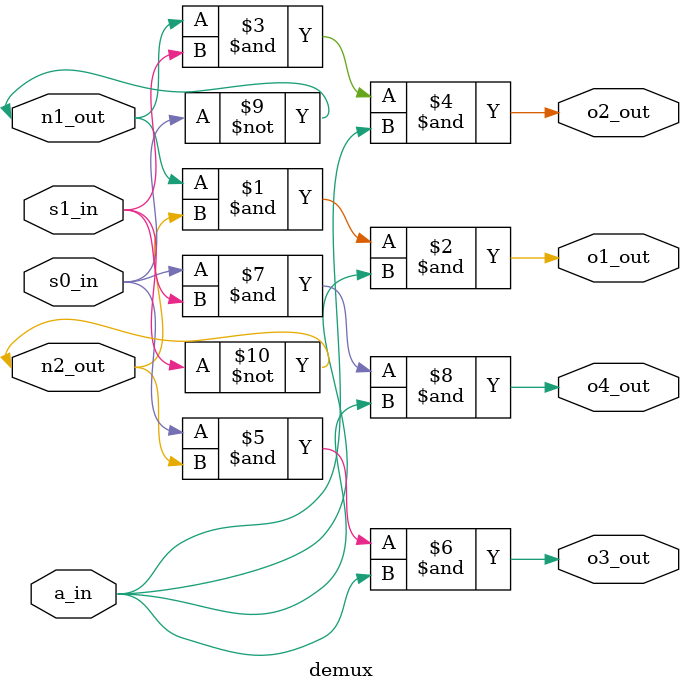
<source format=v>
module demux (o1_out,o2_out,o3_out,o4_out,a_in,s0_in,s1_in,n1_out,n2_out);

input a_in,s0_in,s1_in ;
output o1_out,o2_out,o3_out,o4_out;
inout n1_out,n2_out;

not dut1 (n1_out,s0_in);
not dut2 (n2_out,s1_in);
and dut3 (o1_out,n1_out,n2_out,a_in);
and dut4 (o2_out,n1_out,s1_in,a_in);
and dut5 (o3_out,s0_in,n2_out,a_in);
and dut6 (o4_out,s0_in,s1_in,a_in);

endmodule

</source>
